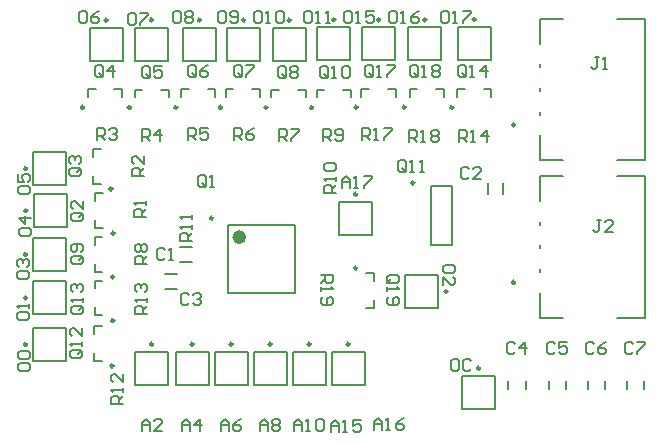
<source format=gto>
G04*
G04 #@! TF.GenerationSoftware,Altium Limited,Altium Designer,21.1.0 (24)*
G04*
G04 Layer_Color=65535*
%FSLAX25Y25*%
%MOIN*%
G70*
G04*
G04 #@! TF.SameCoordinates,F511F5FD-4682-4DAA-AC6C-A49189F54C52*
G04*
G04*
G04 #@! TF.FilePolarity,Positive*
G04*
G01*
G75*
%ADD10C,0.00984*%
%ADD11C,0.02362*%
%ADD12C,0.00787*%
%ADD13C,0.00600*%
D10*
X66957Y77083D02*
G03*
X66957Y77083I-492J0D01*
G01*
X4921Y35000D02*
G03*
X4921Y35000I-492J0D01*
G01*
X33813Y27894D02*
G03*
X33813Y27894I-492J0D01*
G01*
X4921Y50500D02*
G03*
X4921Y50500I-492J0D01*
G01*
X33976Y43016D02*
G03*
X33976Y43016I-492J0D01*
G01*
X155992Y27071D02*
G03*
X155992Y27071I-492J0D01*
G01*
X112492Y35071D02*
G03*
X112492Y35071I-492J0D01*
G01*
X99492D02*
G03*
X99492Y35071I-492J0D01*
G01*
X86492D02*
G03*
X86492Y35071I-492J0D01*
G01*
X73492D02*
G03*
X73492Y35071I-492J0D01*
G01*
X46992D02*
G03*
X46992Y35071I-492J0D01*
G01*
X60492D02*
G03*
X60492Y35071I-492J0D01*
G01*
X145079Y52691D02*
G03*
X145079Y52691I-492J0D01*
G01*
X154492Y143251D02*
G03*
X154492Y143251I-492J0D01*
G01*
X137992D02*
G03*
X137992Y143251I-492J0D01*
G01*
X122638D02*
G03*
X122638Y143251I-492J0D01*
G01*
X107709Y143250D02*
G03*
X107709Y143250I-492J0D01*
G01*
X92805Y143071D02*
G03*
X92805Y143071I-492J0D01*
G01*
X147008Y114016D02*
G03*
X147008Y114016I-492J0D01*
G01*
X131201Y114107D02*
G03*
X131201Y114107I-492J0D01*
G01*
X85080Y113970D02*
G03*
X85080Y113970I-492J0D01*
G01*
X77659Y143119D02*
G03*
X77659Y143119I-492J0D01*
G01*
X69915Y114048D02*
G03*
X69915Y114048I-492J0D01*
G01*
X62827Y143167D02*
G03*
X62827Y143167I-492J0D01*
G01*
X55008Y114016D02*
G03*
X55008Y114016I-492J0D01*
G01*
X46891Y143167D02*
G03*
X46891Y143167I-492J0D01*
G01*
X39573Y113995D02*
G03*
X39573Y113995I-492J0D01*
G01*
X31800Y143071D02*
G03*
X31800Y143071I-492J0D01*
G01*
X23941Y114016D02*
G03*
X23941Y114016I-492J0D01*
G01*
X4927Y93642D02*
G03*
X4927Y93642I-492J0D01*
G01*
X33458Y86879D02*
G03*
X33458Y86879I-492J0D01*
G01*
X114992Y85071D02*
G03*
X114992Y85071I-492J0D01*
G01*
X4921Y65000D02*
G03*
X4921Y65000I-492J0D01*
G01*
X5063Y79609D02*
G03*
X5063Y79609I-492J0D01*
G01*
X34165Y72125D02*
G03*
X34165Y72125I-492J0D01*
G01*
X33976Y57516D02*
G03*
X33976Y57516I-492J0D01*
G01*
X100224Y113946D02*
G03*
X100224Y113946I-492J0D01*
G01*
X115008Y60435D02*
G03*
X115008Y60435I-492J0D01*
G01*
X115154Y114072D02*
G03*
X115154Y114072I-492J0D01*
G01*
X167614Y108189D02*
G03*
X167614Y108189I-492J0D01*
G01*
Y55689D02*
G03*
X167614Y55689I-492J0D01*
G01*
X134043Y88846D02*
G03*
X134043Y88846I-492J0D01*
G01*
D11*
X76898Y70784D02*
G03*
X76898Y70784I-1181J0D01*
G01*
D12*
X71780Y52280D02*
Y74721D01*
X94221Y52280D02*
Y74721D01*
X71780D02*
X94221D01*
X71780Y52280D02*
X94221D01*
X6988Y29488D02*
Y40512D01*
X6988Y40512D02*
X18012D01*
Y29488D02*
Y40512D01*
X6988Y29488D02*
X18012D01*
X27337Y29631D02*
Y32225D01*
X27392Y29631D02*
X29892D01*
X27392Y41127D02*
X29892D01*
X27337Y38532D02*
Y41127D01*
X6988Y44988D02*
Y56012D01*
X6988Y56012D02*
X18012D01*
Y44988D02*
Y56012D01*
X6988Y44988D02*
X18012D01*
X27500Y44752D02*
Y47346D01*
X27555Y44752D02*
X30055D01*
X27555Y56248D02*
X30055D01*
X27500Y53654D02*
Y56248D01*
X149988Y24512D02*
X161012D01*
X161012Y13488D02*
Y24512D01*
X149988Y13488D02*
X161012D01*
X149988Y13488D02*
Y24512D01*
X106488Y32512D02*
X117512D01*
X117512Y21488D02*
Y32512D01*
X106488Y21488D02*
X117512D01*
X106488Y21488D02*
Y32512D01*
X93488D02*
X104512D01*
X104512Y21488D02*
Y32512D01*
X93488Y21488D02*
X104512D01*
X93488Y21488D02*
Y32512D01*
X80488D02*
X91512D01*
X91512Y21488D02*
Y32512D01*
X80488Y21488D02*
X91512D01*
X80488Y21488D02*
Y32512D01*
X67488D02*
X78512D01*
X78512Y21488D02*
Y32512D01*
X67488Y21488D02*
X78512D01*
X67488Y21488D02*
Y32512D01*
X40988D02*
X52012D01*
X52012Y21488D02*
Y32512D01*
X40988Y21488D02*
X52012D01*
X40988Y21488D02*
Y32512D01*
X54488D02*
X65512D01*
X65512Y21488D02*
Y32512D01*
X54488Y21488D02*
X65512D01*
X54488Y21488D02*
Y32512D01*
X142028Y47179D02*
Y58203D01*
X131004Y47179D02*
X142027D01*
X131004D02*
Y58203D01*
X131004Y58203D02*
X142028D01*
X148488Y140691D02*
X159512D01*
X159512Y129668D02*
Y140691D01*
X148488Y129668D02*
X159512D01*
X148488Y129668D02*
Y140691D01*
X131988D02*
X143012D01*
X143012Y129668D02*
Y140691D01*
X131988Y129668D02*
X143012D01*
X131988Y129668D02*
Y140691D01*
X116635D02*
X127658D01*
X127658Y129668D02*
Y140691D01*
X116635Y129668D02*
X127658D01*
X116635Y129668D02*
Y140691D01*
X101705Y140691D02*
X112728D01*
X112728Y129668D02*
Y140691D01*
X101705Y129668D02*
X112728D01*
X101705Y129668D02*
Y140691D01*
X86801Y140512D02*
X97825D01*
X97825Y129488D02*
Y140512D01*
X86801Y129488D02*
X97825D01*
X86801Y129488D02*
Y140512D01*
X148252Y120000D02*
X150847D01*
X148252Y117445D02*
Y119945D01*
X159748Y117445D02*
Y119945D01*
X157153Y120000D02*
X159748D01*
X132446Y120091D02*
X135040D01*
X132446Y117536D02*
Y120036D01*
X143942Y117536D02*
Y120036D01*
X141347Y120091D02*
X143942D01*
X86325Y119955D02*
X88919D01*
X86325Y117400D02*
Y119899D01*
X97821Y117400D02*
Y119899D01*
X95226Y119955D02*
X97821D01*
X71656Y140560D02*
X82679D01*
X82679Y129536D02*
Y140560D01*
X71656Y129536D02*
X82679D01*
X71656Y129536D02*
Y140560D01*
X71159Y120033D02*
X73754D01*
X71159Y117477D02*
Y119977D01*
X82656Y117477D02*
Y119977D01*
X80061Y120033D02*
X82656D01*
X56823Y140608D02*
X67847D01*
X67846Y129584D02*
Y140608D01*
X56823Y129584D02*
X67846D01*
X56823Y129584D02*
Y140608D01*
X56252Y120000D02*
X58846D01*
X56252Y117445D02*
Y119945D01*
X67748Y117445D02*
Y119945D01*
X65153Y120000D02*
X67748D01*
X40887Y140608D02*
X51911D01*
X51911Y129584D02*
Y140608D01*
X40887Y129584D02*
X51911D01*
X40887Y129584D02*
Y140608D01*
X40817Y119979D02*
X43411D01*
X40817Y117424D02*
Y119924D01*
X52313Y117424D02*
Y119924D01*
X49718Y119979D02*
X52313D01*
X25796Y140512D02*
X36819D01*
X36819Y129488D02*
Y140512D01*
X25796Y129488D02*
X36819D01*
X25796Y129488D02*
Y140512D01*
X25185Y120000D02*
X27779D01*
X25185Y117445D02*
Y119945D01*
X36681Y117445D02*
Y119945D01*
X34086Y120000D02*
X36681D01*
X6994Y88130D02*
Y99154D01*
X6994Y99154D02*
X18017D01*
Y88130D02*
Y99154D01*
X6994Y88130D02*
X18017D01*
X26981Y88615D02*
Y91210D01*
X27036Y88615D02*
X29537D01*
X27036Y100111D02*
X29537D01*
X26981Y97517D02*
Y100111D01*
X108988Y82512D02*
X120012D01*
X120012Y71488D02*
Y82512D01*
X108988Y71488D02*
X120012D01*
X108988Y71488D02*
Y82512D01*
X6988Y59488D02*
Y70512D01*
X6988Y70512D02*
X18012D01*
Y59488D02*
Y70512D01*
X6988Y59488D02*
X18012D01*
X7130Y74097D02*
Y85121D01*
X7130Y85121D02*
X18154D01*
Y74097D02*
Y85121D01*
X7130Y74097D02*
X18154D01*
X27689Y73861D02*
Y76455D01*
X27744Y73861D02*
X30244D01*
X27744Y85357D02*
X30244D01*
X27689Y82763D02*
Y85357D01*
X27500Y59252D02*
Y61847D01*
X27555Y59252D02*
X30055D01*
X27555Y70748D02*
X30055D01*
X27500Y68154D02*
Y70748D01*
X101468Y119930D02*
X104063D01*
X101468Y117375D02*
Y119875D01*
X112964Y117375D02*
Y119875D01*
X110370Y119930D02*
X112964D01*
X120500Y47203D02*
Y49797D01*
X117945Y47203D02*
X120445D01*
X117945Y58699D02*
X120445D01*
X120500Y56104D02*
Y58699D01*
X51032Y58500D02*
X54969D01*
X51032Y53500D02*
X54969D01*
X158500Y85031D02*
Y88968D01*
X163500Y85031D02*
Y88968D01*
X125300Y120057D02*
X127894D01*
Y117501D02*
Y120001D01*
X116398Y117501D02*
Y120001D01*
Y120057D02*
X118993D01*
X56032Y67500D02*
X59969D01*
X56032Y62500D02*
X59969D01*
X201472Y143622D02*
X211020D01*
X175980D02*
X183559D01*
X175980Y96378D02*
Y104744D01*
Y111634D02*
Y112618D01*
Y119508D02*
Y120492D01*
Y127382D02*
Y128366D01*
Y135256D02*
Y143622D01*
X201472Y96378D02*
X211020D01*
X175980D02*
X183559D01*
X211020D02*
Y143622D01*
X201472Y91122D02*
X211020D01*
X175980D02*
X183559D01*
X175980Y43878D02*
Y52244D01*
Y59134D02*
Y60118D01*
Y67008D02*
Y67992D01*
Y74882D02*
Y75866D01*
Y82756D02*
Y91122D01*
X201472Y43878D02*
X211020D01*
X175980D02*
X183559D01*
X211020D02*
Y91122D01*
X139457Y68158D02*
X146543D01*
X139457Y87843D02*
X146543D01*
Y68158D02*
Y87843D01*
X139457Y68158D02*
Y87843D01*
X204787Y20106D02*
Y22862D01*
X210693Y20106D02*
Y22862D01*
X191787Y20106D02*
Y22862D01*
X197693Y20106D02*
Y22862D01*
X178787Y20106D02*
Y22862D01*
X184693Y20106D02*
Y22862D01*
X165287Y20106D02*
Y22862D01*
X171193Y20106D02*
Y22862D01*
D13*
X64766Y88266D02*
Y90932D01*
X64099Y91599D01*
X62766D01*
X62100Y90932D01*
Y88266D01*
X62766Y87600D01*
X64099D01*
X63433Y88933D02*
X64766Y87600D01*
X64099D02*
X64766Y88266D01*
X66099Y87600D02*
X67432D01*
X66765D01*
Y91599D01*
X66099Y90932D01*
X120502Y6489D02*
Y9155D01*
X121835Y10488D01*
X123167Y9155D01*
Y6489D01*
Y8488D01*
X120502D01*
X124500Y6489D02*
X125833D01*
X125167D01*
Y10488D01*
X124500Y9821D01*
X130498Y10488D02*
X129165Y9821D01*
X127833Y8488D01*
Y7155D01*
X128499Y6489D01*
X129832D01*
X130498Y7155D01*
Y7822D01*
X129832Y8488D01*
X127833D01*
X2001Y28167D02*
Y26834D01*
X2667Y26168D01*
X5333D01*
X5999Y26834D01*
Y28167D01*
X5333Y28834D01*
X2667D01*
X2001Y28167D01*
X2667Y30167D02*
X2001Y30833D01*
Y32166D01*
X2667Y32832D01*
X5333D01*
X5999Y32166D01*
Y30833D01*
X5333Y30167D01*
X2667D01*
X22670Y33046D02*
X20004D01*
X19337Y32380D01*
Y31047D01*
X20004Y30380D01*
X22670D01*
X23336Y31047D01*
Y32380D01*
X22003Y31713D02*
X23336Y33046D01*
Y32380D02*
X22670Y33046D01*
X23336Y34379D02*
Y35712D01*
Y35045D01*
X19337D01*
X20004Y34379D01*
X23336Y40377D02*
Y37711D01*
X20670Y40377D01*
X20004D01*
X19337Y39711D01*
Y38378D01*
X20004Y37711D01*
X36999Y15002D02*
X33001D01*
Y17001D01*
X33667Y17667D01*
X35000D01*
X35666Y17001D01*
Y15002D01*
Y16334D02*
X36999Y17667D01*
Y19000D02*
Y20333D01*
Y19667D01*
X33001D01*
X33667Y19000D01*
X36999Y24998D02*
Y22333D01*
X34334Y24998D01*
X33667D01*
X33001Y24332D01*
Y22999D01*
X33667Y22333D01*
X1501Y45093D02*
Y43760D01*
X2167Y43094D01*
X4833D01*
X5499Y43760D01*
Y45093D01*
X4833Y45760D01*
X2167D01*
X1501Y45093D01*
X5499Y47093D02*
Y48426D01*
Y47759D01*
X1501D01*
X2167Y47093D01*
X22817Y47927D02*
X20151D01*
X19485Y47261D01*
Y45928D01*
X20151Y45261D01*
X22817D01*
X23484Y45928D01*
Y47261D01*
X22151Y46594D02*
X23484Y47927D01*
Y47261D02*
X22817Y47927D01*
X23484Y49260D02*
Y50593D01*
Y49927D01*
X19485D01*
X20151Y49260D01*
Y52592D02*
X19485Y53259D01*
Y54592D01*
X20151Y55258D01*
X20818D01*
X21484Y54592D01*
Y53925D01*
Y54592D01*
X22151Y55258D01*
X22817D01*
X23484Y54592D01*
Y53259D01*
X22817Y52592D01*
X44999Y45002D02*
X41001D01*
Y47001D01*
X41667Y47667D01*
X43000D01*
X43666Y47001D01*
Y45002D01*
Y46334D02*
X44999Y47667D01*
Y49000D02*
Y50333D01*
Y49667D01*
X41001D01*
X41667Y49000D01*
Y52333D02*
X41001Y52999D01*
Y54332D01*
X41667Y54998D01*
X42334D01*
X43000Y54332D01*
Y53666D01*
Y54332D01*
X43666Y54998D01*
X44333D01*
X44999Y54332D01*
Y52999D01*
X44333Y52333D01*
X148167Y29999D02*
X146834D01*
X146168Y29333D01*
Y26667D01*
X146834Y26001D01*
X148167D01*
X148834Y26667D01*
Y29333D01*
X148167Y29999D01*
X152832Y29333D02*
X152166Y29999D01*
X150833D01*
X150166Y29333D01*
Y26667D01*
X150833Y26001D01*
X152166D01*
X152832Y26667D01*
X106433Y5968D02*
Y8634D01*
X107766Y9967D01*
X109099Y8634D01*
Y5968D01*
Y7967D01*
X106433D01*
X110432Y5968D02*
X111765D01*
X111099D01*
Y9967D01*
X110432Y9300D01*
X116430Y9967D02*
X113764D01*
Y7967D01*
X115097Y8634D01*
X115764D01*
X116430Y7967D01*
Y6634D01*
X115764Y5968D01*
X114431D01*
X113764Y6634D01*
X94002Y6001D02*
Y8666D01*
X95335Y9999D01*
X96667Y8666D01*
Y6001D01*
Y8000D01*
X94002D01*
X98000Y6001D02*
X99333D01*
X98667D01*
Y9999D01*
X98000Y9333D01*
X101333D02*
X101999Y9999D01*
X103332D01*
X103998Y9333D01*
Y6667D01*
X103332Y6001D01*
X101999D01*
X101333Y6667D01*
Y9333D01*
X82668Y6001D02*
Y8666D01*
X84001Y9999D01*
X85334Y8666D01*
Y6001D01*
Y8000D01*
X82668D01*
X86667Y9333D02*
X87333Y9999D01*
X88666D01*
X89332Y9333D01*
Y8666D01*
X88666Y8000D01*
X89332Y7334D01*
Y6667D01*
X88666Y6001D01*
X87333D01*
X86667Y6667D01*
Y7334D01*
X87333Y8000D01*
X86667Y8666D01*
Y9333D01*
X87333Y8000D02*
X88666D01*
X69668Y6001D02*
Y8666D01*
X71001Y9999D01*
X72334Y8666D01*
Y6001D01*
Y8000D01*
X69668D01*
X76332Y9999D02*
X74999Y9333D01*
X73667Y8000D01*
Y6667D01*
X74333Y6001D01*
X75666D01*
X76332Y6667D01*
Y7334D01*
X75666Y8000D01*
X73667D01*
X43168Y6001D02*
Y8666D01*
X44501Y9999D01*
X45834Y8666D01*
Y6001D01*
Y8000D01*
X43168D01*
X49832Y6001D02*
X47166D01*
X49832Y8666D01*
Y9333D01*
X49166Y9999D01*
X47833D01*
X47166Y9333D01*
X56668Y6001D02*
Y8666D01*
X58001Y9999D01*
X59334Y8666D01*
Y6001D01*
Y8000D01*
X56668D01*
X62666Y6001D02*
Y9999D01*
X60667Y8000D01*
X63332D01*
X147515Y59524D02*
Y60857D01*
X146849Y61523D01*
X144183D01*
X143516Y60857D01*
Y59524D01*
X144183Y58857D01*
X146849D01*
X147515Y59524D01*
X143516Y54859D02*
Y57525D01*
X146182Y54859D01*
X146849D01*
X147515Y55525D01*
Y56858D01*
X146849Y57525D01*
X145001Y145999D02*
X143668D01*
X143002Y145333D01*
Y142667D01*
X143668Y142001D01*
X145001D01*
X145667Y142667D01*
Y145333D01*
X145001Y145999D01*
X147000Y142001D02*
X148333D01*
X147667D01*
Y145999D01*
X147000Y145333D01*
X150333Y145999D02*
X152998D01*
Y145333D01*
X150333Y142667D01*
Y142001D01*
X127501Y145999D02*
X126168D01*
X125502Y145333D01*
Y142667D01*
X126168Y142001D01*
X127501D01*
X128167Y142667D01*
Y145333D01*
X127501Y145999D01*
X129500Y142001D02*
X130833D01*
X130167D01*
Y145999D01*
X129500Y145333D01*
X135498Y145999D02*
X134166Y145333D01*
X132833Y144000D01*
Y142667D01*
X133499Y142001D01*
X134832D01*
X135498Y142667D01*
Y143334D01*
X134832Y144000D01*
X132833D01*
X112501Y145999D02*
X111168D01*
X110502Y145333D01*
Y142667D01*
X111168Y142001D01*
X112501D01*
X113167Y142667D01*
Y145333D01*
X112501Y145999D01*
X114500Y142001D02*
X115833D01*
X115167D01*
Y145999D01*
X114500Y145333D01*
X120498Y145999D02*
X117833D01*
Y144000D01*
X119166Y144667D01*
X119832D01*
X120498Y144000D01*
Y142667D01*
X119832Y142001D01*
X118499D01*
X117833Y142667D01*
X99167Y145999D02*
X97834D01*
X97168Y145333D01*
Y142667D01*
X97834Y142001D01*
X99167D01*
X99834Y142667D01*
Y145333D01*
X99167Y145999D01*
X101167Y142001D02*
X102500D01*
X101833D01*
Y145999D01*
X101167Y145333D01*
X104499Y142001D02*
X105832D01*
X105166D01*
Y145999D01*
X104499Y145333D01*
X82501Y145999D02*
X81168D01*
X80502Y145333D01*
Y142667D01*
X81168Y142001D01*
X82501D01*
X83167Y142667D01*
Y145333D01*
X82501Y145999D01*
X84500Y142001D02*
X85833D01*
X85167D01*
Y145999D01*
X84500Y145333D01*
X87833D02*
X88499Y145999D01*
X89832D01*
X90498Y145333D01*
Y142667D01*
X89832Y142001D01*
X88499D01*
X87833Y142667D01*
Y145333D01*
X151167Y124667D02*
Y127333D01*
X150501Y127999D01*
X149168D01*
X148502Y127333D01*
Y124667D01*
X149168Y124001D01*
X150501D01*
X149835Y125334D02*
X151167Y124001D01*
X150501D02*
X151167Y124667D01*
X152500Y124001D02*
X153833D01*
X153167D01*
Y127999D01*
X152500Y127333D01*
X157832Y124001D02*
Y127999D01*
X155833Y126000D01*
X158498D01*
X135249Y124921D02*
Y127587D01*
X134583Y128253D01*
X133250D01*
X132584Y127587D01*
Y124921D01*
X133250Y124255D01*
X134583D01*
X133917Y125588D02*
X135249Y124255D01*
X134583D02*
X135249Y124921D01*
X136582Y124255D02*
X137915D01*
X137249D01*
Y128253D01*
X136582Y127587D01*
X139915D02*
X140581Y128253D01*
X141914D01*
X142580Y127587D01*
Y126921D01*
X141914Y126254D01*
X142580Y125588D01*
Y124921D01*
X141914Y124255D01*
X140581D01*
X139915Y124921D01*
Y125588D01*
X140581Y126254D01*
X139915Y126921D01*
Y127587D01*
X140581Y126254D02*
X141914D01*
X22833Y64334D02*
X20167D01*
X19501Y63667D01*
Y62334D01*
X20167Y61668D01*
X22833D01*
X23499Y62334D01*
Y63667D01*
X22166Y63001D02*
X23499Y64334D01*
Y63667D02*
X22833Y64334D01*
Y65667D02*
X23499Y66333D01*
Y67666D01*
X22833Y68332D01*
X20167D01*
X19501Y67666D01*
Y66333D01*
X20167Y65667D01*
X20833D01*
X21500Y66333D01*
Y68332D01*
X91146Y124637D02*
Y127303D01*
X90480Y127970D01*
X89147D01*
X88481Y127303D01*
Y124637D01*
X89147Y123971D01*
X90480D01*
X89813Y125304D02*
X91146Y123971D01*
X90480D02*
X91146Y124637D01*
X92479Y127303D02*
X93146Y127970D01*
X94478D01*
X95145Y127303D01*
Y126637D01*
X94478Y125970D01*
X95145Y125304D01*
Y124637D01*
X94478Y123971D01*
X93146D01*
X92479Y124637D01*
Y125304D01*
X93146Y125970D01*
X92479Y126637D01*
Y127303D01*
X93146Y125970D02*
X94478D01*
X88981Y102971D02*
Y106970D01*
X90980D01*
X91646Y106303D01*
Y104970D01*
X90980Y104304D01*
X88981D01*
X90313D02*
X91646Y102971D01*
X92979Y106970D02*
X95645D01*
Y106303D01*
X92979Y103638D01*
Y102971D01*
X70667Y145999D02*
X69334D01*
X68668Y145333D01*
Y142667D01*
X69334Y142001D01*
X70667D01*
X71334Y142667D01*
Y145333D01*
X70667Y145999D01*
X72667Y142667D02*
X73333Y142001D01*
X74666D01*
X75332Y142667D01*
Y145333D01*
X74666Y145999D01*
X73333D01*
X72667Y145333D01*
Y144667D01*
X73333Y144000D01*
X75332D01*
X76501Y124715D02*
Y127381D01*
X75835Y128048D01*
X74502D01*
X73835Y127381D01*
Y124715D01*
X74502Y124049D01*
X75835D01*
X75168Y125382D02*
X76501Y124049D01*
X75835D02*
X76501Y124715D01*
X77834Y128048D02*
X80500D01*
Y127381D01*
X77834Y124715D01*
Y124049D01*
X73835Y103049D02*
Y107048D01*
X75835D01*
X76501Y106381D01*
Y105048D01*
X75835Y104382D01*
X73835D01*
X75168D02*
X76501Y103049D01*
X80500Y107048D02*
X79167Y106381D01*
X77834Y105048D01*
Y103715D01*
X78500Y103049D01*
X79833D01*
X80500Y103715D01*
Y104382D01*
X79833Y105048D01*
X77834D01*
X55667Y145999D02*
X54334D01*
X53668Y145333D01*
Y142667D01*
X54334Y142001D01*
X55667D01*
X56334Y142667D01*
Y145333D01*
X55667Y145999D01*
X57666Y145333D02*
X58333Y145999D01*
X59666D01*
X60332Y145333D01*
Y144667D01*
X59666Y144000D01*
X60332Y143334D01*
Y142667D01*
X59666Y142001D01*
X58333D01*
X57666Y142667D01*
Y143334D01*
X58333Y144000D01*
X57666Y144667D01*
Y145333D01*
X58333Y144000D02*
X59666D01*
X61334Y124667D02*
Y127333D01*
X60667Y127999D01*
X59334D01*
X58668Y127333D01*
Y124667D01*
X59334Y124001D01*
X60667D01*
X60001Y125334D02*
X61334Y124001D01*
X60667D02*
X61334Y124667D01*
X65332Y127999D02*
X63999Y127333D01*
X62666Y126000D01*
Y124667D01*
X63333Y124001D01*
X64666D01*
X65332Y124667D01*
Y125334D01*
X64666Y126000D01*
X62666D01*
X58668Y103001D02*
Y106999D01*
X60667D01*
X61334Y106333D01*
Y105000D01*
X60667Y104334D01*
X58668D01*
X60001D02*
X61334Y103001D01*
X65332Y106999D02*
X62666D01*
Y105000D01*
X63999Y105666D01*
X64666D01*
X65332Y105000D01*
Y103667D01*
X64666Y103001D01*
X63333D01*
X62666Y103667D01*
X40667Y145499D02*
X39334D01*
X38668Y144833D01*
Y142167D01*
X39334Y141501D01*
X40667D01*
X41334Y142167D01*
Y144833D01*
X40667Y145499D01*
X42667D02*
X45332D01*
Y144833D01*
X42667Y142167D01*
Y141501D01*
X45898Y124646D02*
Y127312D01*
X45232Y127979D01*
X43899D01*
X43233Y127312D01*
Y124646D01*
X43899Y123980D01*
X45232D01*
X44565Y125313D02*
X45898Y123980D01*
X45232D02*
X45898Y124646D01*
X49897Y127979D02*
X47231D01*
Y125979D01*
X48564Y126646D01*
X49231D01*
X49897Y125979D01*
Y124646D01*
X49231Y123980D01*
X47898D01*
X47231Y124646D01*
X43233Y102980D02*
Y106979D01*
X45232D01*
X45898Y106312D01*
Y104979D01*
X45232Y104313D01*
X43233D01*
X44565D02*
X45898Y102980D01*
X49231D02*
Y106979D01*
X47231Y104979D01*
X49897D01*
X24167Y145999D02*
X22834D01*
X22168Y145333D01*
Y142667D01*
X22834Y142001D01*
X24167D01*
X24834Y142667D01*
Y145333D01*
X24167Y145999D01*
X28832D02*
X27499Y145333D01*
X26166Y144000D01*
Y142667D01*
X26833Y142001D01*
X28166D01*
X28832Y142667D01*
Y143334D01*
X28166Y144000D01*
X26166D01*
X30141Y124667D02*
Y127333D01*
X29475Y127999D01*
X28142D01*
X27476Y127333D01*
Y124667D01*
X28142Y124001D01*
X29475D01*
X28808Y125334D02*
X30141Y124001D01*
X29475D02*
X30141Y124667D01*
X33474Y124001D02*
Y127999D01*
X31474Y126000D01*
X34140D01*
X28149Y103001D02*
Y106999D01*
X30148D01*
X30814Y106333D01*
Y105000D01*
X30148Y104334D01*
X28149D01*
X29482D02*
X30814Y103001D01*
X32147Y106333D02*
X32814Y106999D01*
X34147D01*
X34813Y106333D01*
Y105666D01*
X34147Y105000D01*
X33480D01*
X34147D01*
X34813Y104334D01*
Y103667D01*
X34147Y103001D01*
X32814D01*
X32147Y103667D01*
X1860Y87290D02*
Y85957D01*
X2527Y85291D01*
X5192D01*
X5859Y85957D01*
Y87290D01*
X5192Y87956D01*
X2527D01*
X1860Y87290D01*
Y91955D02*
Y89289D01*
X3860D01*
X3193Y90622D01*
Y91289D01*
X3860Y91955D01*
X5192D01*
X5859Y91289D01*
Y89956D01*
X5192Y89289D01*
X22299Y93937D02*
X19633D01*
X18966Y93271D01*
Y91938D01*
X19633Y91271D01*
X22299D01*
X22965Y91938D01*
Y93271D01*
X21632Y92604D02*
X22965Y93937D01*
Y93271D02*
X22299Y93937D01*
X19633Y95270D02*
X18966Y95937D01*
Y97269D01*
X19633Y97936D01*
X20299D01*
X20966Y97269D01*
Y96603D01*
Y97269D01*
X21632Y97936D01*
X22299D01*
X22965Y97269D01*
Y95937D01*
X22299Y95270D01*
X43965Y91271D02*
X39966D01*
Y93271D01*
X40633Y93937D01*
X41966D01*
X42632Y93271D01*
Y91271D01*
Y92604D02*
X43965Y93937D01*
Y97936D02*
Y95270D01*
X41299Y97936D01*
X40633D01*
X39966Y97269D01*
Y95937D01*
X40633Y95270D01*
X110002Y87001D02*
Y89666D01*
X111335Y90999D01*
X112667Y89666D01*
Y87001D01*
Y89000D01*
X110002D01*
X114000Y87001D02*
X115333D01*
X114667D01*
Y90999D01*
X114000Y90333D01*
X117333Y90999D02*
X119998D01*
Y90333D01*
X117333Y87667D01*
Y87001D01*
X107999Y85502D02*
X104001D01*
Y87501D01*
X104667Y88167D01*
X106000D01*
X106667Y87501D01*
Y85502D01*
Y86835D02*
X107999Y88167D01*
Y89500D02*
Y90833D01*
Y90167D01*
X104001D01*
X104667Y89500D01*
Y92833D02*
X104001Y93499D01*
Y94832D01*
X104667Y95498D01*
X107333D01*
X107999Y94832D01*
Y93499D01*
X107333Y92833D01*
X104667D01*
X1501Y58667D02*
Y57334D01*
X2167Y56668D01*
X4833D01*
X5499Y57334D01*
Y58667D01*
X4833Y59334D01*
X2167D01*
X1501Y58667D01*
X2167Y60667D02*
X1501Y61333D01*
Y62666D01*
X2167Y63332D01*
X2833D01*
X3500Y62666D01*
Y61999D01*
Y62666D01*
X4166Y63332D01*
X4833D01*
X5499Y62666D01*
Y61333D01*
X4833Y60667D01*
X2143Y73090D02*
Y71757D01*
X2809Y71090D01*
X5475D01*
X6142Y71757D01*
Y73090D01*
X5475Y73756D01*
X2809D01*
X2143Y73090D01*
X6142Y77088D02*
X2143D01*
X4142Y75089D01*
Y77755D01*
X23022Y78943D02*
X20356D01*
X19689Y78276D01*
Y76943D01*
X20356Y76277D01*
X23022D01*
X23688Y76943D01*
Y78276D01*
X22355Y77610D02*
X23688Y78943D01*
Y78276D02*
X23022Y78943D01*
X23688Y82941D02*
Y80275D01*
X21022Y82941D01*
X20356D01*
X19689Y82275D01*
Y80942D01*
X20356Y80275D01*
X44688Y77443D02*
X40689D01*
Y79443D01*
X41356Y80109D01*
X42689D01*
X43355Y79443D01*
Y77443D01*
Y78776D02*
X44688Y80109D01*
Y81442D02*
Y82775D01*
Y82108D01*
X40689D01*
X41356Y81442D01*
X44999Y61668D02*
X41001D01*
Y63667D01*
X41667Y64334D01*
X43000D01*
X43666Y63667D01*
Y61668D01*
Y63001D02*
X44999Y64334D01*
X41667Y65667D02*
X41001Y66333D01*
Y67666D01*
X41667Y68332D01*
X42334D01*
X43000Y67666D01*
X43666Y68332D01*
X44333D01*
X44999Y67666D01*
Y66333D01*
X44333Y65667D01*
X43666D01*
X43000Y66333D01*
X42334Y65667D01*
X41667D01*
X43000Y66333D02*
Y67666D01*
X105144Y124613D02*
Y127279D01*
X104477Y127945D01*
X103144D01*
X102478Y127279D01*
Y124613D01*
X103144Y123946D01*
X104477D01*
X103811Y125279D02*
X105144Y123946D01*
X104477D02*
X105144Y124613D01*
X106477Y123946D02*
X107809D01*
X107143D01*
Y127945D01*
X106477Y127279D01*
X109809D02*
X110475Y127945D01*
X111808D01*
X112475Y127279D01*
Y124613D01*
X111808Y123946D01*
X110475D01*
X109809Y124613D01*
Y127279D01*
X103644Y102946D02*
Y106945D01*
X105643D01*
X106310Y106279D01*
Y104946D01*
X105643Y104279D01*
X103644D01*
X104977D02*
X106310Y102946D01*
X107643Y103613D02*
X108309Y102946D01*
X109642D01*
X110309Y103613D01*
Y106279D01*
X109642Y106945D01*
X108309D01*
X107643Y106279D01*
Y105612D01*
X108309Y104946D01*
X110309D01*
X103016Y58189D02*
X107015D01*
Y56190D01*
X106349Y55524D01*
X105016D01*
X104349Y56190D01*
Y58189D01*
Y56856D02*
X103016Y55524D01*
Y54191D02*
Y52858D01*
Y53524D01*
X107015D01*
X106349Y54191D01*
X103683Y50858D02*
X103016Y50192D01*
Y48859D01*
X103683Y48193D01*
X106349D01*
X107015Y48859D01*
Y50192D01*
X106349Y50858D01*
X105682D01*
X105016Y50192D01*
Y48193D01*
X132277Y102562D02*
Y106561D01*
X134276D01*
X134943Y105894D01*
Y104561D01*
X134276Y103895D01*
X132277D01*
X133610D02*
X134943Y102562D01*
X136276D02*
X137609D01*
X136942D01*
Y106561D01*
X136276Y105894D01*
X139608D02*
X140275Y106561D01*
X141607D01*
X142274Y105894D01*
Y105228D01*
X141607Y104561D01*
X142274Y103895D01*
Y103229D01*
X141607Y102562D01*
X140275D01*
X139608Y103229D01*
Y103895D01*
X140275Y104561D01*
X139608Y105228D01*
Y105894D01*
X140275Y104561D02*
X141607D01*
X116554Y103144D02*
Y107143D01*
X118554D01*
X119220Y106476D01*
Y105143D01*
X118554Y104477D01*
X116554D01*
X117887D02*
X119220Y103144D01*
X120553D02*
X121886D01*
X121220D01*
Y107143D01*
X120553Y106476D01*
X123885Y107143D02*
X126551D01*
Y106476D01*
X123885Y103811D01*
Y103144D01*
X148944Y102445D02*
Y106444D01*
X150943D01*
X151610Y105777D01*
Y104445D01*
X150943Y103778D01*
X148944D01*
X150277D02*
X151610Y102445D01*
X152942D02*
X154275D01*
X153609D01*
Y106444D01*
X152942Y105777D01*
X158274Y102445D02*
Y106444D01*
X156275Y104445D01*
X158940D01*
X60037Y69351D02*
X56039D01*
Y71350D01*
X56705Y72017D01*
X58038D01*
X58705Y71350D01*
Y69351D01*
Y70684D02*
X60037Y72017D01*
Y73350D02*
Y74682D01*
Y74016D01*
X56039D01*
X56705Y73350D01*
X60037Y76682D02*
Y78015D01*
Y77348D01*
X56039D01*
X56705Y76682D01*
X125683Y55524D02*
X128349D01*
X129015Y56190D01*
Y57523D01*
X128349Y58189D01*
X125683D01*
X125016Y57523D01*
Y56190D01*
X126349Y56856D02*
X125016Y55524D01*
Y56190D02*
X125683Y55524D01*
X125016Y54191D02*
Y52858D01*
Y53524D01*
X129015D01*
X128349Y54191D01*
X125683Y50858D02*
X125016Y50192D01*
Y48859D01*
X125683Y48193D01*
X128349D01*
X129015Y48859D01*
Y50192D01*
X128349Y50858D01*
X127682D01*
X127016Y50192D01*
Y48193D01*
X120167Y124667D02*
Y127333D01*
X119501Y127999D01*
X118168D01*
X117502Y127333D01*
Y124667D01*
X118168Y124001D01*
X119501D01*
X118834Y125334D02*
X120167Y124001D01*
X119501D02*
X120167Y124667D01*
X121500Y124001D02*
X122833D01*
X122167D01*
Y127999D01*
X121500Y127333D01*
X124833Y127999D02*
X127498D01*
Y127333D01*
X124833Y124667D01*
Y124001D01*
X131266Y93067D02*
Y95732D01*
X130599Y96399D01*
X129267D01*
X128600Y95732D01*
Y93067D01*
X129267Y92400D01*
X130599D01*
X129933Y93733D02*
X131266Y92400D01*
X130599D02*
X131266Y93067D01*
X132599Y92400D02*
X133932D01*
X133265D01*
Y96399D01*
X132599Y95732D01*
X135931Y92400D02*
X137264D01*
X136597D01*
Y96399D01*
X135931Y95732D01*
X196334Y76499D02*
X195001D01*
X195667D01*
Y73167D01*
X195001Y72501D01*
X194334D01*
X193668Y73167D01*
X200332Y72501D02*
X197667D01*
X200332Y75166D01*
Y75833D01*
X199666Y76499D01*
X198333D01*
X197667Y75833D01*
X195516Y130936D02*
X194183D01*
X194849D01*
Y127604D01*
X194183Y126938D01*
X193516D01*
X192850Y127604D01*
X196849Y126938D02*
X198182D01*
X197515D01*
Y130936D01*
X196849Y130270D01*
X206966Y35232D02*
X206299Y35899D01*
X204966D01*
X204300Y35232D01*
Y32566D01*
X204966Y31900D01*
X206299D01*
X206966Y32566D01*
X208299Y35899D02*
X210964D01*
Y35232D01*
X208299Y32566D01*
Y31900D01*
X193966Y35232D02*
X193299Y35899D01*
X191966D01*
X191300Y35232D01*
Y32566D01*
X191966Y31900D01*
X193299D01*
X193966Y32566D01*
X197965Y35899D02*
X196632Y35232D01*
X195299Y33899D01*
Y32566D01*
X195965Y31900D01*
X197298D01*
X197965Y32566D01*
Y33233D01*
X197298Y33899D01*
X195299D01*
X180966Y35232D02*
X180299Y35899D01*
X178966D01*
X178300Y35232D01*
Y32566D01*
X178966Y31900D01*
X180299D01*
X180966Y32566D01*
X184965Y35899D02*
X182299D01*
Y33899D01*
X183632Y34566D01*
X184298D01*
X184965Y33899D01*
Y32566D01*
X184298Y31900D01*
X182965D01*
X182299Y32566D01*
X167466Y35232D02*
X166799Y35899D01*
X165466D01*
X164800Y35232D01*
Y32566D01*
X165466Y31900D01*
X166799D01*
X167466Y32566D01*
X170798Y31900D02*
Y35899D01*
X168799Y33899D01*
X171465D01*
X58834Y51333D02*
X58167Y51999D01*
X56834D01*
X56168Y51333D01*
Y48667D01*
X56834Y48001D01*
X58167D01*
X58834Y48667D01*
X60167Y51333D02*
X60833Y51999D01*
X62166D01*
X62832Y51333D01*
Y50666D01*
X62166Y50000D01*
X61499D01*
X62166D01*
X62832Y49334D01*
Y48667D01*
X62166Y48001D01*
X60833D01*
X60167Y48667D01*
X152333Y93333D02*
X151667Y93999D01*
X150334D01*
X149668Y93333D01*
Y90667D01*
X150334Y90001D01*
X151667D01*
X152333Y90667D01*
X156332Y90001D02*
X153666D01*
X156332Y92667D01*
Y93333D01*
X155666Y93999D01*
X154333D01*
X153666Y93333D01*
X51000Y66333D02*
X50334Y66999D01*
X49001D01*
X48334Y66333D01*
Y63667D01*
X49001Y63001D01*
X50334D01*
X51000Y63667D01*
X52333Y63001D02*
X53666D01*
X52999D01*
Y66999D01*
X52333Y66333D01*
M02*

</source>
